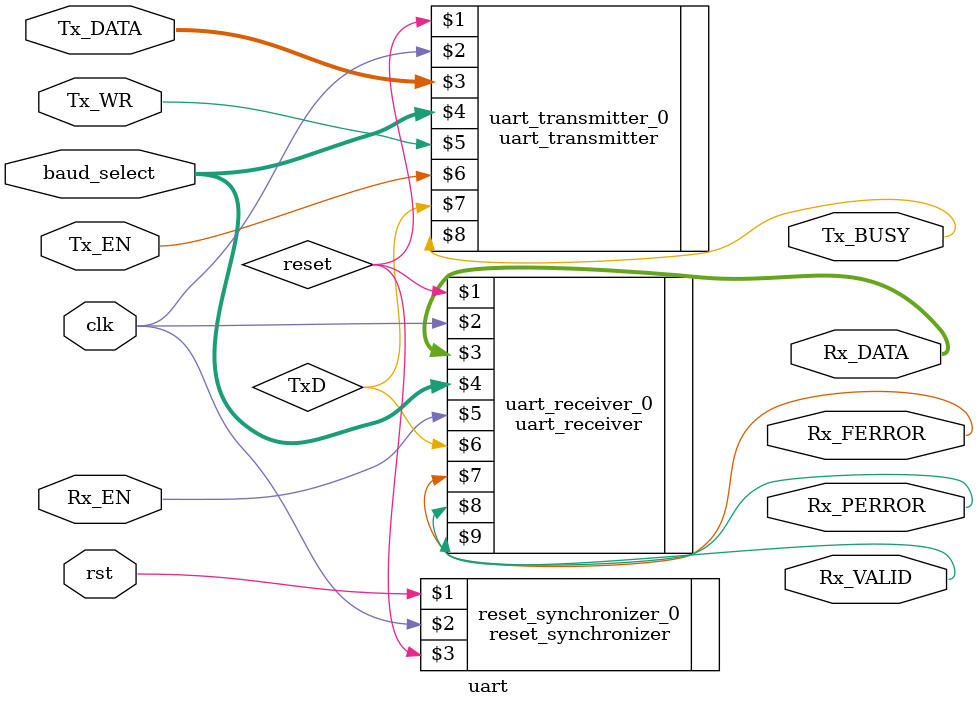
<source format=v>

module uart (rst, clk, Tx_DATA, Tx_BUSY, baud_select, Tx_WR, Tx_EN, Rx_EN, Rx_DATA, Rx_VALID, Rx_FERROR, Rx_PERROR);

input rst, clk;
input [7:0] Tx_DATA;
input [2:0] baud_select;
input Tx_WR,Tx_EN, Rx_EN;

output [7:0] Rx_DATA;
output Rx_PERROR;
output Rx_FERROR;
output Rx_VALID;
output Tx_BUSY;

wire TxD;
wire Tx_BUSY;
wire [7:0] Rx_DATA;
wire [7:0] Tx_DATA;
wire [2:0] baud_select;
wire Tx_EN, Rx_EN;
wire Rx_FERROR;
wire Rx_PERROR;
wire Rx_VALID;

//Synchronize reset using two flip flops to avoid setup and hold violations.

reset_synchronizer reset_synchronizer_0(rst, clk, reset);

//Instantiate Transmitter

uart_transmitter uart_transmitter_0(reset, clk, Tx_DATA, baud_select, Tx_WR, 
Tx_EN, TxD, Tx_BUSY);

//Instantiate Receiver. Connect Transmitter to Receiver (TxD <===> RxD)

uart_receiver uart_receiver_0 (reset, clk, Rx_DATA, baud_select, Rx_EN, TxD, 
Rx_FERROR, Rx_PERROR, Rx_VALID);

endmodule
</source>
